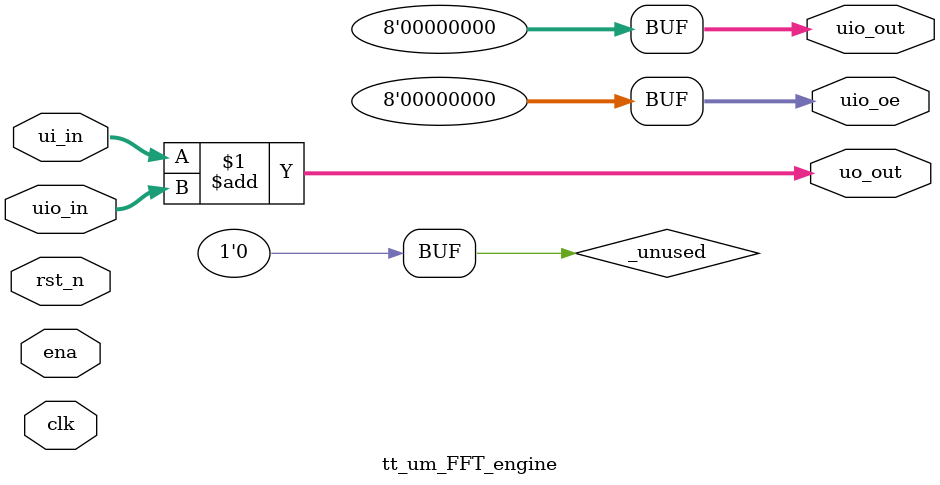
<source format=v>
/*
 * Copyright (c) 2025, Mariam & Hadi
 * SPDX-License-Identifier: Apache-2.0
 */

`default_nettype none

module tt_um_FFT_engine (
    input  wire [7:0] ui_in,    // Dedicated inputs
    output wire [7:0] uo_out,   // Dedicated outputs
    input  wire [7:0] uio_in,   // IOs: Input path
    output wire [7:0] uio_out,  // IOs: Output path
    output wire [7:0] uio_oe,   // IOs: Enable path (active high: 0=input, 1=output)
    input  wire       ena,      // always 1 when the design is powered, so you can ignore it
    input  wire       clk,      // clock
    input  wire       rst_n     // reset_n - low to reset
);

  // All output pins must be assigned. If not used, assign to 0.
  assign uo_out  = ui_in + uio_in;  // Example: ou_out is the sum of ui_in and uio_in
  assign uio_out = 0;
  assign uio_oe  = 0;

  // List all unused inputs to prevent warnings
  wire _unused = &{ena, clk, rst_n, 1'b0};

endmodule

</source>
